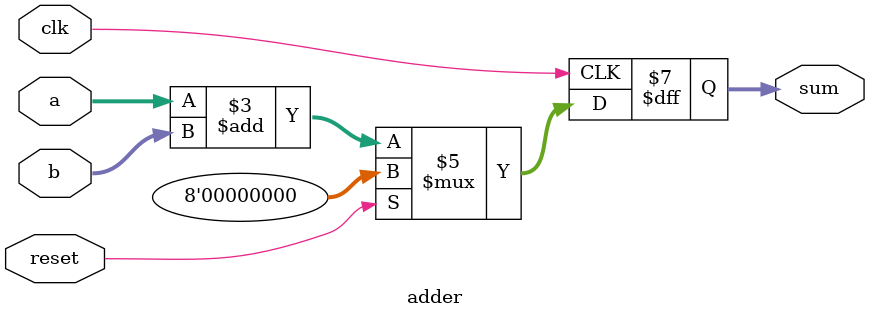
<source format=v>
module adder(sum, a, b, clk, reset);

input wire clk, reset;
input  wire [7:0] a;
input  wire [7:0] b;
output reg [7:0] sum;

always @(posedge clk)
    if (reset == 1)
        sum <= 0;
    else
        sum <= a+b;

// the "macro" to dump signals
`ifdef COCOTB_SIM
integer num_regs;
initial begin
    $dumpfile ("out/sim.vcd");
    $dumpvars (0, adder);
end
`endif

endmodule
</source>
